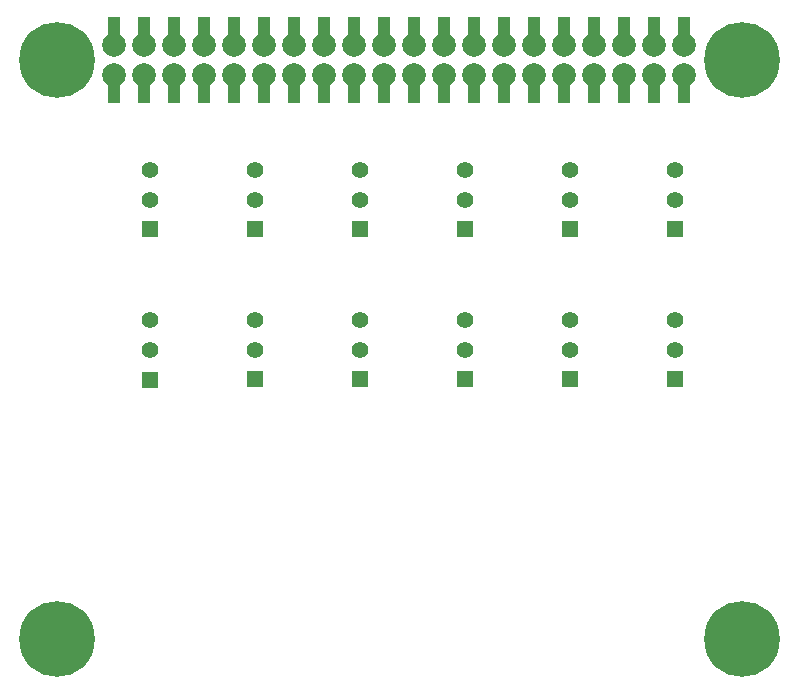
<source format=gbs>
G04*
G04 #@! TF.GenerationSoftware,Altium Limited,Altium Designer,25.1.2 (22)*
G04*
G04 Layer_Color=16711935*
%FSLAX44Y44*%
%MOMM*%
G71*
G04*
G04 #@! TF.SameCoordinates,64B4FDAD-AF64-4148-92BB-00BBC35E7A55*
G04*
G04*
G04 #@! TF.FilePolarity,Negative*
G04*
G01*
G75*
%ADD13C,1.4000*%
%ADD14R,1.4000X1.4000*%
%ADD16C,6.4032*%
%ADD19R,1.0000X1.5600*%
%ADD21C,2.0000*%
D13*
X558800Y431800D02*
D03*
Y406800D02*
D03*
X469900Y431800D02*
D03*
Y406800D02*
D03*
X381000Y304800D02*
D03*
Y279800D02*
D03*
X114300Y304400D02*
D03*
Y279400D02*
D03*
X203200Y304800D02*
D03*
Y279800D02*
D03*
X292100Y304800D02*
D03*
Y279800D02*
D03*
X558800Y304800D02*
D03*
Y279800D02*
D03*
X469900Y304800D02*
D03*
Y279800D02*
D03*
X114300Y431800D02*
D03*
Y406800D02*
D03*
X292100Y431800D02*
D03*
Y406800D02*
D03*
X381000Y431800D02*
D03*
Y406800D02*
D03*
X203200Y431800D02*
D03*
Y406800D02*
D03*
D14*
X558800Y381800D02*
D03*
X469900D02*
D03*
X381000Y254800D02*
D03*
X114300Y254400D02*
D03*
X203200Y254800D02*
D03*
X292100D02*
D03*
X558800D02*
D03*
X469900D02*
D03*
X114300Y381800D02*
D03*
X292100D02*
D03*
X381000D02*
D03*
X203200D02*
D03*
D16*
X615000Y525000D02*
D03*
X35000D02*
D03*
X615000Y35000D02*
D03*
X35000D02*
D03*
D19*
X83700Y554050D02*
D03*
X109100D02*
D03*
X134500D02*
D03*
X159900D02*
D03*
X185300D02*
D03*
X210700D02*
D03*
X236100D02*
D03*
X261500D02*
D03*
X286900D02*
D03*
X312300D02*
D03*
X337700D02*
D03*
X363100D02*
D03*
X388500D02*
D03*
X413900D02*
D03*
X439300D02*
D03*
X464700D02*
D03*
X490100D02*
D03*
X515500D02*
D03*
X540900D02*
D03*
X566300D02*
D03*
X83700Y495950D02*
D03*
X109100D02*
D03*
X134500D02*
D03*
X159900D02*
D03*
X185300D02*
D03*
X210700D02*
D03*
X236100D02*
D03*
X261500D02*
D03*
X286900D02*
D03*
X312300D02*
D03*
X337700D02*
D03*
X363100D02*
D03*
X388500D02*
D03*
X413900D02*
D03*
X439300D02*
D03*
X464700D02*
D03*
X490100D02*
D03*
X515500D02*
D03*
X540900D02*
D03*
X566300D02*
D03*
D21*
X83700Y537700D02*
D03*
X109100D02*
D03*
X134500D02*
D03*
X159900D02*
D03*
X185300D02*
D03*
X210700D02*
D03*
X236100D02*
D03*
X261500D02*
D03*
X286900D02*
D03*
X312300D02*
D03*
X337700D02*
D03*
X363100D02*
D03*
X388500D02*
D03*
X413900D02*
D03*
X439300D02*
D03*
X464700D02*
D03*
X490100D02*
D03*
X515500D02*
D03*
X540900D02*
D03*
X566300D02*
D03*
X83700Y512300D02*
D03*
X109100D02*
D03*
X134500D02*
D03*
X159900D02*
D03*
X185300D02*
D03*
X210700D02*
D03*
X236100D02*
D03*
X261500D02*
D03*
X286900D02*
D03*
X312300D02*
D03*
X337700D02*
D03*
X363100D02*
D03*
X388500D02*
D03*
X413900D02*
D03*
X439300D02*
D03*
X464700D02*
D03*
X490100D02*
D03*
X515500D02*
D03*
X540900D02*
D03*
X566300D02*
D03*
M02*

</source>
